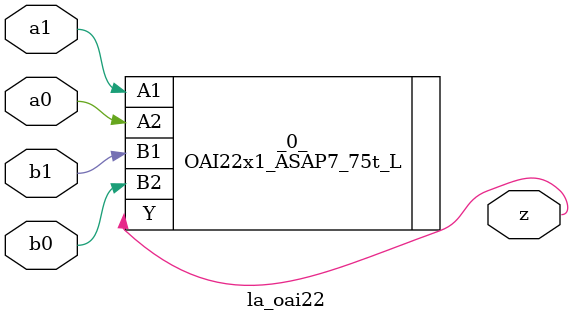
<source format=v>

/* Generated by Yosys 0.44 (git sha1 80ba43d26, g++ 11.4.0-1ubuntu1~22.04 -fPIC -O3) */

(* top =  1  *)
(* src = "generated" *)
module la_oai22 (
    a0,
    a1,
    b0,
    b1,
    z
);
  (* src = "generated" *)
  input a0;
  wire a0;
  (* src = "generated" *)
  input a1;
  wire a1;
  (* src = "generated" *)
  input b0;
  wire b0;
  (* src = "generated" *)
  input b1;
  wire b1;
  (* src = "generated" *)
  output z;
  wire z;
  OAI22x1_ASAP7_75t_L _0_ (
      .A1(a1),
      .A2(a0),
      .B1(b1),
      .B2(b0),
      .Y (z)
  );
endmodule

</source>
